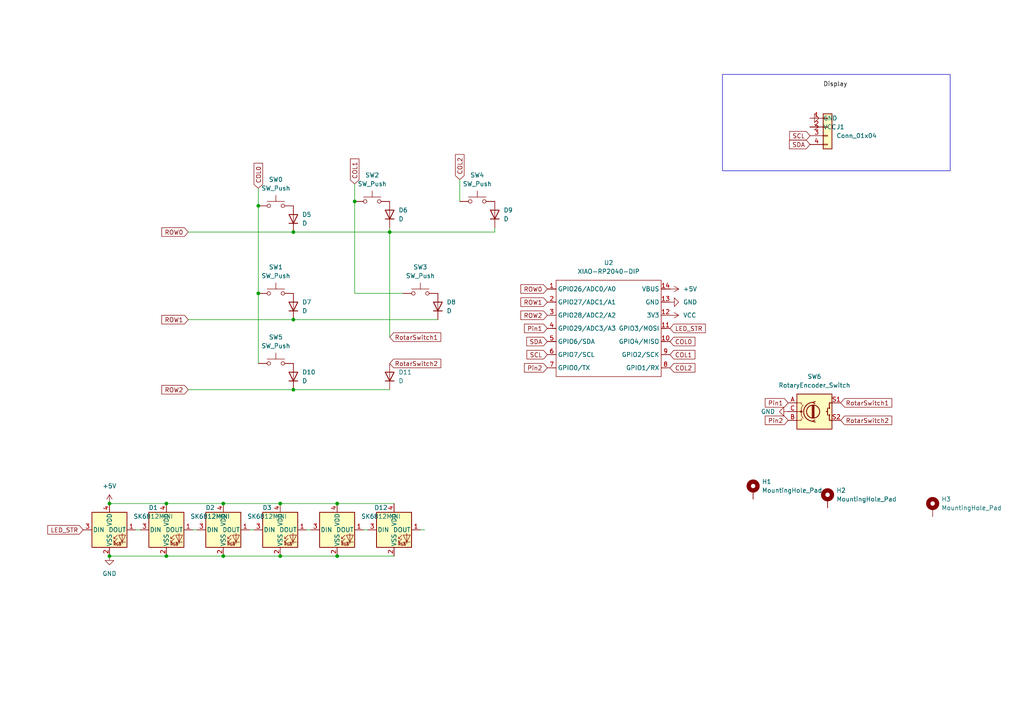
<source format=kicad_sch>
(kicad_sch (version 20250114) (generator "eeschema") (generator_version "9.0")
  (paper "A4")
  (lib_symbols
    (symbol "Connector_Generic:Conn_01x04" (pin_names (offset 1.016) (hide yes))
      (property "Reference" "J" (at 0 5.08 0))
      (property "Value" "Conn_01x04" (at 0 -7.62 0))
      (symbol "Conn_01x04_1_1"
        (rectangle (start -1.27 3.81) (end 1.27 -6.35) (stroke (width 0.254)) (fill (type background)))
        (rectangle (start -1.27 2.667) (end 0 2.413) (stroke (width 0.1524)))
        (rectangle (start -1.27 0.127) (end 0 -0.127) (stroke (width 0.1524)))
        (rectangle (start -1.27 -2.413) (end 0 -2.667) (stroke (width 0.1524)))
        (rectangle (start -1.27 -4.953) (end 0 -5.207) (stroke (width 0.1524)))
        (pin passive line (at -5.08 2.54 0) (length 3.81) (name "Pin_1") (number "1"))
        (pin passive line (at -5.08 0 0) (length 3.81) (name "Pin_2") (number "2"))
        (pin passive line (at -5.08 -2.54 0) (length 3.81) (name "Pin_3") (number "3"))
        (pin passive line (at -5.08 -5.08 0) (length 3.81) (name "Pin_4") (number "4"))
      )
    )
    (symbol "Device:D" (pin_numbers (hide yes)) (pin_names (offset 1.016) (hide yes))
      (property "Reference" "D" (at 0 2.54 0))
      (property "Value" "D" (at 0 -2.54 0))
      (symbol "D_0_1"
        (polyline (pts (xy -1.27 1.27) (xy -1.27 -1.27)) (stroke (width 0.254)))
        (polyline (pts (xy 1.27 1.27) (xy 1.27 -1.27) (xy -1.27 0) (xy 1.27 1.27)) (stroke (width 0.254)))
        (polyline (pts (xy 1.27 0) (xy -1.27 0)))
      )
      (symbol "D_1_1"
        (pin passive line (at -3.81 0 0) (length 2.54) (name "K") (number "1"))
        (pin passive line (at 3.81 0 180) (length 2.54) (name "A") (number "2"))
      )
    )
    (symbol "Device:RotaryEncoder_Switch" (pin_names (offset 0.254) (hide yes))
      (property "Reference" "SW" (at 0 6.604 0))
      (property "Value" "RotaryEncoder_Switch" (at 0 -6.604 0))
      (symbol "RotaryEncoder_Switch_0_1"
        (rectangle (start -5.08 5.08) (end 5.08 -5.08) (stroke (width 0.254)) (fill (type background)))
        (polyline (pts (xy -5.08 2.54) (xy -3.81 2.54) (xy -3.81 2.032)))
        (polyline (pts (xy -5.08 0) (xy -3.81 0) (xy -3.81 -1.016) (xy -3.302 -2.032)))
        (polyline (pts (xy -5.08 -2.54) (xy -3.81 -2.54) (xy -3.81 -2.032)))
        (polyline (pts (xy -4.318 0) (xy -3.81 0) (xy -3.81 1.016) (xy -3.302 2.032)))
        (circle (center -3.81 0) (radius 0.254) (fill (type outline)))
        (polyline (pts (xy -0.635 -1.778) (xy -0.635 1.778)) (stroke (width 0.254)))
        (circle (center -0.381 0) (radius 1.905) (stroke (width 0.254)))
        (polyline (pts (xy -0.381 -1.778) (xy -0.381 1.778)) (stroke (width 0.254)))
        (arc (start -0.381 -2.794) (mid -3.0988 -0.0635) (end -0.381 2.667) (stroke (width 0.254)))
        (polyline (pts (xy -0.127 1.778) (xy -0.127 -1.778)) (stroke (width 0.254)))
        (polyline (pts (xy 0.254 2.921) (xy -0.508 2.667) (xy 0.127 2.286)) (stroke (width 0.254)))
        (polyline (pts (xy 0.254 -3.048) (xy -0.508 -2.794) (xy 0.127 -2.413)) (stroke (width 0.254)))
        (polyline (pts (xy 3.81 1.016) (xy 3.81 -1.016)) (stroke (width 0.254)))
        (polyline (pts (xy 3.81 0) (xy 3.429 0)) (stroke (width 0.254)))
        (circle (center 4.318 1.016) (radius 0.127) (stroke (width 0.254)))
        (circle (center 4.318 -1.016) (radius 0.127) (stroke (width 0.254)))
        (polyline (pts (xy 5.08 2.54) (xy 4.318 2.54) (xy 4.318 1.016)) (stroke (width 0.254)))
        (polyline (pts (xy 5.08 -2.54) (xy 4.318 -2.54) (xy 4.318 -1.016)) (stroke (width 0.254)))
      )
      (symbol "RotaryEncoder_Switch_1_1"
        (pin passive line (at -7.62 2.54 0) (length 2.54) (name "A") (number "A"))
        (pin passive line (at -7.62 0 0) (length 2.54) (name "C") (number "C"))
        (pin passive line (at -7.62 -2.54 0) (length 2.54) (name "B") (number "B"))
        (pin passive line (at 7.62 2.54 180) (length 2.54) (name "S1") (number "S1"))
        (pin passive line (at 7.62 -2.54 180) (length 2.54) (name "S2") (number "S2"))
      )
    )
    (symbol "LED:SK6812MINI" (pin_names (offset 0.254))
      (property "Reference" "D" (at 5.08 5.715 0))
      (property "Value" "SK6812MINI" (at 1.27 -5.715 0))
      (symbol "SK6812MINI_0_0"
        (text "RGB" (at 2.286 -4.191 0) (effects (font (size 0.762 0.762))))
      )
      (symbol "SK6812MINI_0_1"
        (polyline (pts (xy 1.27 -2.54) (xy 1.778 -2.54)))
        (polyline (pts (xy 1.27 -3.556) (xy 1.778 -3.556)))
        (polyline (pts (xy 2.286 -1.524) (xy 1.27 -2.54) (xy 1.27 -2.032)))
        (polyline (pts (xy 2.286 -2.54) (xy 1.27 -3.556) (xy 1.27 -3.048)))
        (polyline (pts (xy 3.683 -1.016) (xy 3.683 -3.556) (xy 3.683 -4.064)))
        (polyline (pts (xy 4.699 -1.524) (xy 2.667 -1.524) (xy 3.683 -3.556) (xy 4.699 -1.524)))
        (polyline (pts (xy 4.699 -3.556) (xy 2.667 -3.556)))
        (rectangle (start 5.08 5.08) (end -5.08 -5.08) (stroke (width 0.254)) (fill (type background)))
      )
      (symbol "SK6812MINI_1_1"
        (pin input line (at -7.62 0 0) (length 2.54) (name "DIN") (number "3"))
        (pin power_in line (at 0 7.62 270) (length 2.54) (name "VDD") (number "4"))
        (pin power_in line (at 0 -7.62 90) (length 2.54) (name "VSS") (number "2"))
        (pin output line (at 7.62 0 180) (length 2.54) (name "DOUT") (number "1"))
      )
    )
    (symbol "Mechanical:MountingHole_Pad" (pin_numbers (hide yes)) (pin_names (offset 1.016) (hide yes)) (in_bom no)
      (property "Reference" "H" (at 0 6.35 0))
      (property "Value" "MountingHole_Pad" (at 0 4.445 0))
      (symbol "MountingHole_Pad_0_1"
        (circle (center 0 1.27) (radius 1.27) (stroke (width 1.27)))
      )
      (symbol "MountingHole_Pad_1_1"
        (pin input line (at 0 -2.54 90) (length 2.54) (name "1") (number "1"))
      )
    )
    (symbol "OPL Library:XIAO-RP2040-DIP"
      (property "Reference" "U" (at 0 0 0))
      (property "Value" "XIAO-RP2040-DIP" (at 5.334 -1.778 0))
      (symbol "XIAO-RP2040-DIP_1_0"
        (polyline (pts (xy -1.27 -2.54) (xy 29.21 -2.54)) (stroke (width 0.1524)))
        (polyline (pts (xy -1.27 -5.08) (xy -2.54 -5.08)) (stroke (width 0.1524)))
        (polyline (pts (xy -1.27 -5.08) (xy -1.27 -2.54)) (stroke (width 0.1524)))
        (polyline (pts (xy -1.27 -8.89) (xy -2.54 -8.89)) (stroke (width 0.1524)))
        (polyline (pts (xy -1.27 -8.89) (xy -1.27 -5.08)) (stroke (width 0.1524)))
        (polyline (pts (xy -1.27 -12.7) (xy -2.54 -12.7)) (stroke (width 0.1524)))
        (polyline (pts (xy -1.27 -12.7) (xy -1.27 -8.89)) (stroke (width 0.1524)))
        (polyline (pts (xy -1.27 -16.51) (xy -2.54 -16.51)) (stroke (width 0.1524)))
        (polyline (pts (xy -1.27 -16.51) (xy -1.27 -12.7)) (stroke (width 0.1524)))
        (polyline (pts (xy -1.27 -20.32) (xy -2.54 -20.32)) (stroke (width 0.1524)))
        (polyline (pts (xy -1.27 -24.13) (xy -2.54 -24.13)) (stroke (width 0.1524)))
        (polyline (pts (xy -1.27 -27.94) (xy -2.54 -27.94)) (stroke (width 0.1524)))
        (polyline (pts (xy -1.27 -30.48) (xy -1.27 -16.51)) (stroke (width 0.1524)))
        (polyline (pts (xy 29.21 -2.54) (xy 29.21 -5.08)) (stroke (width 0.1524)))
        (polyline (pts (xy 29.21 -5.08) (xy 29.21 -8.89)) (stroke (width 0.1524)))
        (polyline (pts (xy 29.21 -8.89) (xy 29.21 -12.7)) (stroke (width 0.1524)))
        (polyline (pts (xy 29.21 -12.7) (xy 29.21 -30.48)) (stroke (width 0.1524)))
        (polyline (pts (xy 29.21 -30.48) (xy -1.27 -30.48)) (stroke (width 0.1524)))
        (polyline (pts (xy 30.48 -5.08) (xy 29.21 -5.08)) (stroke (width 0.1524)))
        (polyline (pts (xy 30.48 -8.89) (xy 29.21 -8.89)) (stroke (width 0.1524)))
        (polyline (pts (xy 30.48 -12.7) (xy 29.21 -12.7)) (stroke (width 0.1524)))
        (polyline (pts (xy 30.48 -16.51) (xy 29.21 -16.51)) (stroke (width 0.1524)))
        (polyline (pts (xy 30.48 -20.32) (xy 29.21 -20.32)) (stroke (width 0.1524)))
        (polyline (pts (xy 30.48 -24.13) (xy 29.21 -24.13)) (stroke (width 0.1524)))
        (polyline (pts (xy 30.48 -27.94) (xy 29.21 -27.94)) (stroke (width 0.1524)))
        (pin passive line (at -3.81 -5.08 0) (length 2.54) (name "GPIO26/ADC0/A0") (number "1"))
        (pin passive line (at -3.81 -8.89 0) (length 2.54) (name "GPIO27/ADC1/A1") (number "2"))
        (pin passive line (at -3.81 -12.7 0) (length 2.54) (name "GPIO28/ADC2/A2") (number "3"))
        (pin passive line (at -3.81 -16.51 0) (length 2.54) (name "GPIO29/ADC3/A3") (number "4"))
        (pin passive line (at -3.81 -20.32 0) (length 2.54) (name "GPIO6/SDA") (number "5"))
        (pin passive line (at -3.81 -24.13 0) (length 2.54) (name "GPIO7/SCL") (number "6"))
        (pin passive line (at -3.81 -27.94 0) (length 2.54) (name "GPIO0/TX") (number "7"))
        (pin passive line (at 31.75 -5.08 180) (length 2.54) (name "VBUS") (number "14"))
        (pin passive line (at 31.75 -8.89 180) (length 2.54) (name "GND") (number "13"))
        (pin passive line (at 31.75 -12.7 180) (length 2.54) (name "3V3") (number "12"))
        (pin passive line (at 31.75 -16.51 180) (length 2.54) (name "GPIO3/MOSI") (number "11"))
        (pin passive line (at 31.75 -20.32 180) (length 2.54) (name "GPIO4/MISO") (number "10"))
        (pin passive line (at 31.75 -24.13 180) (length 2.54) (name "GPIO2/SCK") (number "9"))
        (pin passive line (at 31.75 -27.94 180) (length 2.54) (name "GPIO1/RX") (number "8"))
      )
    )
    (symbol "Switch:SW_Push" (pin_numbers (hide yes)) (pin_names (offset 1.016) (hide yes))
      (property "Reference" "SW" (at 1.27 2.54 0))
      (property "Value" "SW_Push" (at 0 -1.524 0))
      (symbol "SW_Push_0_1"
        (circle (center -2.032 0) (radius 0.508))
        (polyline (pts (xy 0 1.27) (xy 0 3.048)))
        (circle (center 2.032 0) (radius 0.508))
        (polyline (pts (xy 2.54 1.27) (xy -2.54 1.27)))
        (pin passive line (at -5.08 0 0) (length 2.54) (name "1") (number "1"))
        (pin passive line (at 5.08 0 180) (length 2.54) (name "2") (number "2"))
      )
    )
    (symbol "power:+5V" (power) (pin_numbers (hide yes)) (pin_names (offset 0) (hide yes))
      (property "Value" "+5V" (at 0 3.556 0))
      (symbol "+5V_0_1"
        (polyline (pts (xy -0.762 1.27) (xy 0 2.54)))
        (polyline (pts (xy 0 2.54) (xy 0.762 1.27)))
        (polyline (pts (xy 0 0) (xy 0 2.54)))
      )
      (symbol "+5V_1_1"
        (pin power_in line (at 0 0 90) (length 0) (name "~") (number "1"))
      )
    )
    (symbol "power:GND" (power) (pin_numbers (hide yes)) (pin_names (offset 0) (hide yes))
      (property "Value" "GND" (at 0 -3.81 0))
      (symbol "GND_0_1"
        (polyline (pts (xy 0 0) (xy 0 -1.27) (xy 1.27 -1.27) (xy 0 -2.54) (xy -1.27 -1.27) (xy 0 -1.27)))
      )
      (symbol "GND_1_1"
        (pin power_in line (at 0 0 270) (length 0) (name "~") (number "1"))
      )
    )
    (symbol "power:VCC" (power) (pin_numbers (hide yes)) (pin_names (offset 0) (hide yes))
      (property "Value" "VCC" (at 0 3.556 0))
      (symbol "VCC_0_1"
        (polyline (pts (xy -0.762 1.27) (xy 0 2.54)))
        (polyline (pts (xy 0 2.54) (xy 0.762 1.27)))
        (polyline (pts (xy 0 0) (xy 0 2.54)))
      )
      (symbol "VCC_1_1"
        (pin power_in line (at 0 0 90) (length 0) (name "~") (number "1"))
      )
    )
  )
  (rectangle (start 209.55 21.59) (end 275.59 49.53))
  (junction (at 97.79 146.05))
  (junction (at 85.09 92.71))
  (junction (at 31.75 146.05))
  (junction (at 48.26 161.29))
  (junction (at 48.26 146.05))
  (junction (at 97.79 161.29))
  (junction (at 102.87 58.42))
  (junction (at 85.09 113.03))
  (junction (at 81.28 146.05))
  (junction (at 74.93 85.09))
  (junction (at 113.03 67.31))
  (junction (at 74.93 59.69))
  (junction (at 31.75 161.29))
  (junction (at 64.77 161.29))
  (junction (at 81.28 161.29))
  (junction (at 64.77 146.05))
  (junction (at 85.09 67.31))
  (wire (pts (xy 48.26 146.05) (xy 64.77 146.05)))
  (wire (pts (xy 81.28 161.29) (xy 97.79 161.29)))
  (wire (pts (xy 55.88 153.67) (xy 57.15 153.67)))
  (wire (pts (xy 74.93 59.69) (xy 74.93 85.09)))
  (wire (pts (xy 102.87 85.09) (xy 116.84 85.09)))
  (wire (pts (xy 54.61 92.71) (xy 85.09 92.71)))
  (wire (pts (xy 74.93 85.09) (xy 74.93 105.41)))
  (wire (pts (xy 85.09 92.71) (xy 127 92.71)))
  (wire (pts (xy 64.77 146.05) (xy 81.28 146.05)))
  (wire (pts (xy 48.26 161.29) (xy 64.77 161.29)))
  (wire (pts (xy 74.93 54.61) (xy 74.93 59.69)))
  (wire (pts (xy 105.41 153.67) (xy 106.68 153.67)))
  (wire (pts (xy 72.39 153.67) (xy 73.66 153.67)))
  (wire (pts (xy 143.51 67.31) (xy 143.51 66.04)))
  (wire (pts (xy 64.77 161.29) (xy 81.28 161.29)))
  (wire (pts (xy 113.03 66.04) (xy 113.03 67.31)))
  (wire (pts (xy 39.37 153.67) (xy 40.64 153.67)))
  (wire (pts (xy 31.75 161.29) (xy 48.26 161.29)))
  (wire (pts (xy 97.79 161.29) (xy 114.3 161.29)))
  (wire (pts (xy 88.9 153.67) (xy 90.17 153.67)))
  (wire (pts (xy 121.92 153.67) (xy 123.19 153.67)))
  (wire (pts (xy 54.61 67.31) (xy 85.09 67.31)))
  (wire (pts (xy 85.09 67.31) (xy 113.03 67.31)))
  (wire (pts (xy 113.03 67.31) (xy 143.51 67.31)))
  (wire (pts (xy 133.35 52.07) (xy 133.35 58.42)))
  (wire (pts (xy 85.09 113.03) (xy 113.03 113.03)))
  (wire (pts (xy 102.87 58.42) (xy 102.87 85.09)))
  (wire (pts (xy 102.87 53.34) (xy 102.87 58.42)))
  (wire (pts (xy 113.03 67.31) (xy 113.03 97.79)))
  (wire (pts (xy 97.79 146.05) (xy 114.3 146.05)))
  (wire (pts (xy 54.61 113.03) (xy 85.09 113.03)))
  (wire (pts (xy 81.28 146.05) (xy 97.79 146.05)))
  (wire (pts (xy 31.75 146.05) (xy 48.26 146.05)))
  (label "Display" (at 238.76 25.4 0))
  (global_label "LED_STR" (shape input) (at 24.13 153.67 180) (property "Intersheetrefs" "${INTERSHEET_REFS}" (effects (hide yes))))
  (global_label "ROW2" (shape input) (at 158.75 91.44 180) (property "Intersheetrefs" "${INTERSHEET_REFS}" (effects (hide yes))))
  (global_label "COL1" (shape input) (at 102.87 53.34 90) (property "Intersheetrefs" "${INTERSHEET_REFS}" (effects (hide yes))))
  (global_label "COL0" (shape input) (at 194.31 99.06 0) (property "Intersheetrefs" "${INTERSHEET_REFS}" (effects (hide yes))))
  (global_label "COL1" (shape input) (at 194.31 102.87 0) (property "Intersheetrefs" "${INTERSHEET_REFS}" (effects (hide yes))))
  (global_label "Pin1" (shape input) (at 228.6 116.84 180) (property "Intersheetrefs" "${INTERSHEET_REFS}" (effects (hide yes))))
  (global_label "SCL" (shape input) (at 158.75 102.87 180) (property "Intersheetrefs" "${INTERSHEET_REFS}" (effects (hide yes))))
  (global_label "RotarSwitch2" (shape input) (at 243.84 121.92 0) (property "Intersheetrefs" "${INTERSHEET_REFS}" (effects (hide yes))))
  (global_label "COL2" (shape input) (at 194.31 106.68 0) (property "Intersheetrefs" "${INTERSHEET_REFS}" (effects (hide yes))))
  (global_label "SDA" (shape input) (at 234.95 41.91 180) (property "Intersheetrefs" "${INTERSHEET_REFS}" (effects (hide yes))))
  (global_label "COL2" (shape input) (at 133.35 52.07 90) (property "Intersheetrefs" "${INTERSHEET_REFS}" (effects (hide yes))))
  (global_label "Pin2" (shape input) (at 158.75 106.68 180) (property "Intersheetrefs" "${INTERSHEET_REFS}" (effects (hide yes))))
  (global_label "ROW0" (shape input) (at 158.75 83.82 180) (property "Intersheetrefs" "${INTERSHEET_REFS}" (effects (hide yes))))
  (global_label "RotarSwitch1" (shape input) (at 243.84 116.84 0) (property "Intersheetrefs" "${INTERSHEET_REFS}" (effects (hide yes))))
  (global_label "ROW0" (shape input) (at 54.61 67.31 180) (property "Intersheetrefs" "${INTERSHEET_REFS}" (effects (hide yes))))
  (global_label "LED_STR" (shape input) (at 194.31 95.25 0) (property "Intersheetrefs" "${INTERSHEET_REFS}" (effects (hide yes))))
  (global_label "SCL" (shape input) (at 234.95 39.37 180) (property "Intersheetrefs" "${INTERSHEET_REFS}" (effects (hide yes))))
  (global_label "Pin1" (shape input) (at 158.75 95.25 180) (property "Intersheetrefs" "${INTERSHEET_REFS}" (effects (hide yes))))
  (global_label "COL0" (shape input) (at 74.93 54.61 90) (property "Intersheetrefs" "${INTERSHEET_REFS}" (effects (hide yes))))
  (global_label "Pin2" (shape input) (at 228.6 121.92 180) (property "Intersheetrefs" "${INTERSHEET_REFS}" (effects (hide yes))))
  (global_label "ROW1" (shape input) (at 54.61 92.71 180) (property "Intersheetrefs" "${INTERSHEET_REFS}" (effects (hide yes))))
  (global_label "SDA" (shape input) (at 158.75 99.06 180) (property "Intersheetrefs" "${INTERSHEET_REFS}" (effects (hide yes))))
  (global_label "ROW2" (shape input) (at 54.61 113.03 180) (property "Intersheetrefs" "${INTERSHEET_REFS}" (effects (hide yes))))
  (global_label "RotarSwitch1" (shape input) (at 113.03 97.79 0) (property "Intersheetrefs" "${INTERSHEET_REFS}" (effects (hide yes))))
  (global_label "RotarSwitch2" (shape input) (at 113.03 105.41 0) (property "Intersheetrefs" "${INTERSHEET_REFS}" (effects (hide yes))))
  (global_label "ROW1" (shape input) (at 158.75 87.63 180) (property "Intersheetrefs" "${INTERSHEET_REFS}" (effects (hide yes))))
  (symbol (lib_id "Mechanical:MountingHole_Pad") (at 240.03 144.78 0) (unit 1) (in_bom no)
    (property "Reference" "H2" (at 242.57 142.2399 0) (effects (justify left)))
    (property "Value" "MountingHole_Pad" (at 242.57 144.7799 0) (effects (justify left)))
    (property "Footprint" "MountingHole:MountingHole_3.2mm_M3_DIN965_Pad_TopBottom" (effects (hide yes)))
    (property "Description" "Mounting Hole with connection" (effects (hide yes)))
  )
  (symbol (lib_id "Switch:SW_Push") (at 80.01 85.09 0) (unit 1)
    (property "Reference" "SW1" (at 80.01 77.47 0))
    (property "Value" "SW_Push" (at 80.01 80.01 0))
    (property "Footprint" "KeySwitch:MX-Solderable-1U" (effects (hide yes)))
    (property "Description" "Push button switch, generic, two pins" (effects (hide yes)))
  )
  (symbol (lib_id "Switch:SW_Push") (at 80.01 59.69 0) (unit 1)
    (property "Reference" "SW0" (at 80.01 52.07 0))
    (property "Value" "SW_Push" (at 80.01 54.61 0))
    (property "Footprint" "KeySwitch:MX-Solderable-1U" (effects (hide yes)))
    (property "Description" "Push button switch, generic, two pins" (effects (hide yes)))
  )
  (symbol (lib_id "power:GND") (at 228.6 119.38 270) (unit 1)
    (property "Reference" "#PWR09" (effects (hide yes)))
    (property "Value" "GND" (at 224.79 119.3799 90) (effects (justify right)))
    (property "Description" "Power symbol creates a global label with name \"GND\" , ground" (effects (hide yes)))
  )
  (symbol (lib_id "Mechanical:MountingHole_Pad") (at 270.51 147.32 0) (unit 1) (in_bom no)
    (property "Reference" "H3" (at 273.05 144.7799 0) (effects (justify left)))
    (property "Value" "MountingHole_Pad" (at 273.05 147.3199 0) (effects (justify left)))
    (property "Footprint" "MountingHole:MountingHole_3.2mm_M3_DIN965_Pad_TopBottom" (effects (hide yes)))
    (property "Description" "Mounting Hole with connection" (effects (hide yes)))
  )
  (symbol (lib_id "power:+5V") (at 194.31 83.82 270) (unit 1)
    (property "Reference" "#PWR04" (effects (hide yes)))
    (property "Value" "+5V" (at 198.12 83.8199 90) (effects (justify left)))
    (property "Description" "Power symbol creates a global label with name \"+5V\"" (effects (hide yes)))
  )
  (symbol (lib_id "Device:D") (at 85.09 63.5 90) (unit 1)
    (property "Reference" "D5" (at 87.63 62.2299 90) (effects (justify right)))
    (property "Value" "D" (at 87.63 64.7699 90) (effects (justify right)))
    (property "Footprint" "Diode_THT:D_DO-35_SOD27_P7.62mm_Horizontal" (effects (hide yes)))
    (property "Description" "Diode" (effects (hide yes)))
    (property "Sim.Device" "D" (effects (hide yes)))
    (property "Sim.Pins" "1=K 2=A" (effects (hide yes)))
  )
  (symbol (lib_id "Switch:SW_Push") (at 107.95 58.42 0) (unit 1)
    (property "Reference" "SW2" (at 107.95 50.8 0))
    (property "Value" "SW_Push" (at 107.95 53.34 0))
    (property "Footprint" "KeySwitch:MX-Solderable-1U" (effects (hide yes)))
    (property "Description" "Push button switch, generic, two pins" (effects (hide yes)))
  )
  (symbol (lib_id "Device:RotaryEncoder_Switch") (at 236.22 119.38 0) (unit 1)
    (property "Reference" "SW6" (at 236.22 109.22 0))
    (property "Value" "RotaryEncoder_Switch" (at 236.22 111.76 0))
    (property "Footprint" "Rotary_Encoder:RotaryEncoder_Alps_EC11E-Switch_Vertical_H20mm" (effects (hide yes)))
    (property "Description" "Rotary encoder, dual channel, incremental quadrate outputs, with switch" (effects (hide yes)))
  )
  (symbol (lib_id "LED:SK6812MINI") (at 48.26 153.67 0) (unit 1)
    (property "Reference" "D2" (at 60.96 147.2498 0))
    (property "Value" "SK6812MINI" (at 60.96 149.7898 0))
    (property "Footprint" "LED_SMD:LED_SK6812MINI_PLCC4_3.5x3.5mm_P1.75mm" (effects (hide yes)))
    (property "Datasheet" "https://cdn-shop.adafruit.com/product-files/2686/SK6812MINI_REV.01-1-2.pdf" (effects (hide yes)))
    (property "Description" "RGB LED with integrated controller" (effects (hide yes)))
  )
  (symbol (lib_id "Device:D") (at 85.09 109.22 90) (unit 1)
    (property "Reference" "D10" (at 87.63 107.9499 90) (effects (justify right)))
    (property "Value" "D" (at 87.63 110.4899 90) (effects (justify right)))
    (property "Footprint" "Diode_THT:D_DO-35_SOD27_P7.62mm_Horizontal" (effects (hide yes)))
    (property "Description" "Diode" (effects (hide yes)))
    (property "Sim.Device" "D" (effects (hide yes)))
    (property "Sim.Pins" "1=K 2=A" (effects (hide yes)))
  )
  (symbol (lib_id "power:GND") (at 31.75 161.29 0) (unit 1)
    (property "Reference" "#PWR07" (effects (hide yes)))
    (property "Value" "GND" (at 31.75 166.37 0))
    (property "Description" "Power symbol creates a global label with name \"GND\" , ground" (effects (hide yes)))
  )
  (symbol (lib_id "Device:D") (at 143.51 62.23 90) (unit 1)
    (property "Reference" "D9" (at 146.05 60.9599 90) (effects (justify right)))
    (property "Value" "D" (at 146.05 63.4999 90) (effects (justify right)))
    (property "Footprint" "Diode_THT:D_DO-35_SOD27_P7.62mm_Horizontal" (effects (hide yes)))
    (property "Description" "Diode" (effects (hide yes)))
    (property "Sim.Device" "D" (effects (hide yes)))
    (property "Sim.Pins" "1=K 2=A" (effects (hide yes)))
  )
  (symbol (lib_id "Connector_Generic:Conn_01x04") (at 240.03 36.83 0) (unit 1)
    (property "Reference" "J1" (at 242.57 36.8299 0) (effects (justify left)))
    (property "Value" "Conn_01x04" (at 242.57 39.3699 0) (effects (justify left)))
    (property "Footprint" "OLED 128x32:SSD1306-0.91-OLED-4pin-128x32" (effects (hide yes)))
    (property "Description" "Generic connector, single row, 01x04, script generated (kicad-library-utils/schlib/autogen/connector/)" (effects (hide yes)))
  )
  (symbol (lib_id "power:GND") (at 234.95 34.29 90) (unit 1)
    (property "Reference" "#PWR01" (effects (hide yes)))
    (property "Value" "GND" (at 238.76 34.2899 90) (effects (justify right)))
    (property "Description" "Power symbol creates a global label with name \"GND\" , ground" (effects (hide yes)))
  )
  (symbol (lib_id "power:VCC") (at 194.31 91.44 270) (unit 1)
    (property "Reference" "#PWR03" (effects (hide yes)))
    (property "Value" "VCC" (at 198.12 91.4399 90) (effects (justify left)))
    (property "Description" "Power symbol creates a global label with name \"VCC\"" (effects (hide yes)))
  )
  (symbol (lib_id "Switch:SW_Push") (at 121.92 85.09 0) (unit 1)
    (property "Reference" "SW3" (at 121.92 77.47 0))
    (property "Value" "SW_Push" (at 121.92 80.01 0))
    (property "Footprint" "KeySwitch:MX-Solderable-1U" (effects (hide yes)))
    (property "Description" "Push button switch, generic, two pins" (effects (hide yes)))
  )
  (symbol (lib_id "Device:D") (at 127 88.9 90) (unit 1)
    (property "Reference" "D8" (at 129.54 87.6299 90) (effects (justify right)))
    (property "Value" "D" (at 129.54 90.1699 90) (effects (justify right)))
    (property "Footprint" "Diode_THT:D_DO-35_SOD27_P7.62mm_Horizontal" (effects (hide yes)))
    (property "Description" "Diode" (effects (hide yes)))
    (property "Sim.Device" "D" (effects (hide yes)))
    (property "Sim.Pins" "1=K 2=A" (effects (hide yes)))
  )
  (symbol (lib_id "Switch:SW_Push") (at 80.01 105.41 0) (unit 1)
    (property "Reference" "SW5" (at 80.01 97.79 0))
    (property "Value" "SW_Push" (at 80.01 100.33 0))
    (property "Footprint" "KeySwitch:MX-Solderable-1U" (effects (hide yes)))
    (property "Description" "Push button switch, generic, two pins" (effects (hide yes)))
  )
  (symbol (lib_id "Switch:SW_Push") (at 138.43 58.42 0) (unit 1)
    (property "Reference" "SW4" (at 138.43 50.8 0))
    (property "Value" "SW_Push" (at 138.43 53.34 0))
    (property "Footprint" "KeySwitch:MX-Solderable-1U" (effects (hide yes)))
    (property "Description" "Push button switch, generic, two pins" (effects (hide yes)))
  )
  (symbol (lib_id "LED:SK6812MINI") (at 97.79 153.67 0) (unit 1)
    (property "Reference" "D12" (at 110.49 147.2498 0))
    (property "Value" "SK6812MINI" (at 110.49 149.7898 0))
    (property "Footprint" "LED_SMD:LED_SK6812MINI_PLCC4_3.5x3.5mm_P1.75mm" (effects (hide yes)))
    (property "Datasheet" "https://cdn-shop.adafruit.com/product-files/2686/SK6812MINI_REV.01-1-2.pdf" (effects (hide yes)))
    (property "Description" "RGB LED with integrated controller" (effects (hide yes)))
  )
  (symbol (lib_id "power:GND") (at 194.31 87.63 90) (unit 1)
    (property "Reference" "#PWR08" (effects (hide yes)))
    (property "Value" "GND" (at 198.12 87.6299 90) (effects (justify right)))
    (property "Description" "Power symbol creates a global label with name \"GND\" , ground" (effects (hide yes)))
  )
  (symbol (lib_id "power:+5V") (at 31.75 146.05 0) (unit 1)
    (property "Reference" "#PWR05" (effects (hide yes)))
    (property "Value" "+5V" (at 31.75 140.97 0))
    (property "Description" "Power symbol creates a global label with name \"+5V\"" (effects (hide yes)))
  )
  (symbol (lib_id "LED:SK6812MINI") (at 81.28 153.67 0) (unit 1)
    (property "Reference" "D4" (effects (hide yes)))
    (property "Value" "SK6812MINI" (effects (hide yes)))
    (property "Footprint" "LED_SMD:LED_SK6812MINI_PLCC4_3.5x3.5mm_P1.75mm" (effects (hide yes)))
    (property "Datasheet" "https://cdn-shop.adafruit.com/product-files/2686/SK6812MINI_REV.01-1-2.pdf" (effects (hide yes)))
    (property "Description" "RGB LED with integrated controller" (effects (hide yes)))
  )
  (symbol (lib_id "Device:D") (at 113.03 62.23 90) (unit 1)
    (property "Reference" "D6" (at 115.57 60.9599 90) (effects (justify right)))
    (property "Value" "D" (at 115.57 63.4999 90) (effects (justify right)))
    (property "Footprint" "Diode_THT:D_DO-35_SOD27_P7.62mm_Horizontal" (effects (hide yes)))
    (property "Description" "Diode" (effects (hide yes)))
    (property "Sim.Device" "D" (effects (hide yes)))
    (property "Sim.Pins" "1=K 2=A" (effects (hide yes)))
  )
  (symbol (lib_id "LED:SK6812MINI") (at 114.3 153.67 0) (unit 1)
    (property "Reference" "D13" (effects (hide yes)))
    (property "Value" "SK6812MINI" (effects (hide yes)))
    (property "Footprint" "LED_SMD:LED_SK6812MINI_PLCC4_3.5x3.5mm_P1.75mm" (effects (hide yes)))
    (property "Datasheet" "https://cdn-shop.adafruit.com/product-files/2686/SK6812MINI_REV.01-1-2.pdf" (effects (hide yes)))
    (property "Description" "RGB LED with integrated controller" (effects (hide yes)))
  )
  (symbol (lib_id "Device:D") (at 113.03 109.22 90) (unit 1)
    (property "Reference" "D11" (at 115.57 107.9499 90) (effects (justify right)))
    (property "Value" "D" (at 115.57 110.4899 90) (effects (justify right)))
    (property "Footprint" "Diode_THT:D_DO-35_SOD27_P7.62mm_Horizontal" (effects (hide yes)))
    (property "Description" "Diode" (effects (hide yes)))
    (property "Sim.Device" "D" (effects (hide yes)))
    (property "Sim.Pins" "1=K 2=A" (effects (hide yes)))
  )
  (symbol (lib_id "Mechanical:MountingHole_Pad") (at 218.44 142.24 0) (unit 1) (in_bom no)
    (property "Reference" "H1" (at 220.98 139.6999 0) (effects (justify left)))
    (property "Value" "MountingHole_Pad" (at 220.98 142.2399 0) (effects (justify left)))
    (property "Footprint" "MountingHole:MountingHole_3.2mm_M3_DIN965_Pad_TopBottom" (effects (hide yes)))
    (property "Description" "Mounting Hole with connection" (effects (hide yes)))
  )
  (symbol (lib_id "LED:SK6812MINI") (at 64.77 153.67 0) (unit 1)
    (property "Reference" "D3" (at 77.47 147.2498 0))
    (property "Value" "SK6812MINI" (at 77.47 149.7898 0))
    (property "Footprint" "LED_SMD:LED_SK6812MINI_PLCC4_3.5x3.5mm_P1.75mm" (effects (hide yes)))
    (property "Datasheet" "https://cdn-shop.adafruit.com/product-files/2686/SK6812MINI_REV.01-1-2.pdf" (effects (hide yes)))
    (property "Description" "RGB LED with integrated controller" (effects (hide yes)))
  )
  (symbol (lib_id "power:VCC") (at 234.95 36.83 270) (unit 1)
    (property "Reference" "#PWR02" (effects (hide yes)))
    (property "Value" "VCC" (at 238.76 36.8299 90) (effects (justify left)))
    (property "Description" "Power symbol creates a global label with name \"VCC\"" (effects (hide yes)))
  )
  (symbol (lib_id "LED:SK6812MINI") (at 31.75 153.67 0) (unit 1)
    (property "Reference" "D1" (at 44.45 147.2498 0))
    (property "Value" "SK6812MINI" (at 44.45 149.7898 0))
    (property "Footprint" "LED_SMD:LED_SK6812MINI_PLCC4_3.5x3.5mm_P1.75mm" (effects (hide yes)))
    (property "Datasheet" "https://cdn-shop.adafruit.com/product-files/2686/SK6812MINI_REV.01-1-2.pdf" (effects (hide yes)))
    (property "Description" "RGB LED with integrated controller" (effects (hide yes)))
  )
  (symbol (lib_id "OPL Library:XIAO-RP2040-DIP") (at 162.56 78.74 0) (unit 1)
    (property "Reference" "U2" (at 176.53 76.2 0))
    (property "Value" "XIAO-RP2040-DIP" (at 176.53 78.74 0))
    (property "Footprint" "OPL Lib:XIAO-RP2040-DIP" (effects (hide yes)))
  )
  (symbol (lib_id "Device:D") (at 85.09 88.9 90) (unit 1)
    (property "Reference" "D7" (at 87.63 87.6299 90) (effects (justify right)))
    (property "Value" "D" (at 87.63 90.1699 90) (effects (justify right)))
    (property "Footprint" "Diode_THT:D_DO-35_SOD27_P7.62mm_Horizontal" (effects (hide yes)))
    (property "Description" "Diode" (effects (hide yes)))
    (property "Sim.Device" "D" (effects (hide yes)))
    (property "Sim.Pins" "1=K 2=A" (effects (hide yes)))
  )
)
</source>
